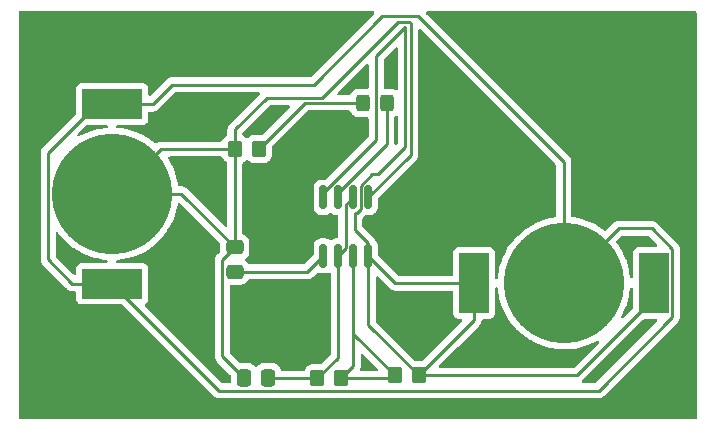
<source format=gbr>
%TF.GenerationSoftware,KiCad,Pcbnew,(6.0.1)*%
%TF.CreationDate,2022-02-07T09:53:41-08:00*%
%TF.ProjectId,kicad intro project,6b696361-6420-4696-9e74-726f2070726f,rev?*%
%TF.SameCoordinates,Original*%
%TF.FileFunction,Copper,L1,Top*%
%TF.FilePolarity,Positive*%
%FSLAX46Y46*%
G04 Gerber Fmt 4.6, Leading zero omitted, Abs format (unit mm)*
G04 Created by KiCad (PCBNEW (6.0.1)) date 2022-02-07 09:53:41*
%MOMM*%
%LPD*%
G01*
G04 APERTURE LIST*
G04 Aperture macros list*
%AMRoundRect*
0 Rectangle with rounded corners*
0 $1 Rounding radius*
0 $2 $3 $4 $5 $6 $7 $8 $9 X,Y pos of 4 corners*
0 Add a 4 corners polygon primitive as box body*
4,1,4,$2,$3,$4,$5,$6,$7,$8,$9,$2,$3,0*
0 Add four circle primitives for the rounded corners*
1,1,$1+$1,$2,$3*
1,1,$1+$1,$4,$5*
1,1,$1+$1,$6,$7*
1,1,$1+$1,$8,$9*
0 Add four rect primitives between the rounded corners*
20,1,$1+$1,$2,$3,$4,$5,0*
20,1,$1+$1,$4,$5,$6,$7,0*
20,1,$1+$1,$6,$7,$8,$9,0*
20,1,$1+$1,$8,$9,$2,$3,0*%
G04 Aperture macros list end*
%TA.AperFunction,SMDPad,CuDef*%
%ADD10RoundRect,0.250000X0.350000X0.450000X-0.350000X0.450000X-0.350000X-0.450000X0.350000X-0.450000X0*%
%TD*%
%TA.AperFunction,SMDPad,CuDef*%
%ADD11RoundRect,0.250000X-0.325000X-0.450000X0.325000X-0.450000X0.325000X0.450000X-0.325000X0.450000X0*%
%TD*%
%TA.AperFunction,SMDPad,CuDef*%
%ADD12RoundRect,0.150000X-0.150000X0.825000X-0.150000X-0.825000X0.150000X-0.825000X0.150000X0.825000X0*%
%TD*%
%TA.AperFunction,SMDPad,CuDef*%
%ADD13R,2.500000X5.100000*%
%TD*%
%TA.AperFunction,SMDPad,CuDef*%
%ADD14C,10.200000*%
%TD*%
%TA.AperFunction,SMDPad,CuDef*%
%ADD15RoundRect,0.250000X-0.350000X-0.450000X0.350000X-0.450000X0.350000X0.450000X-0.350000X0.450000X0*%
%TD*%
%TA.AperFunction,SMDPad,CuDef*%
%ADD16RoundRect,0.250000X-0.475000X0.337500X-0.475000X-0.337500X0.475000X-0.337500X0.475000X0.337500X0*%
%TD*%
%TA.AperFunction,SMDPad,CuDef*%
%ADD17RoundRect,0.250000X-0.337500X-0.475000X0.337500X-0.475000X0.337500X0.475000X-0.337500X0.475000X0*%
%TD*%
%TA.AperFunction,SMDPad,CuDef*%
%ADD18R,5.100000X2.500000*%
%TD*%
%TA.AperFunction,Conductor*%
%ADD19C,0.250000*%
%TD*%
G04 APERTURE END LIST*
D10*
%TO.P,R3,1*%
%TO.N,Net-(D1-Pad1)*%
X137675000Y-93450000D03*
%TO.P,R3,2*%
%TO.N,GND*%
X135675000Y-93450000D03*
%TD*%
D11*
%TO.P,D1,1,K*%
%TO.N,Net-(D1-Pad1)*%
X146475000Y-89550000D03*
%TO.P,D1,2,A*%
%TO.N,Net-(D1-Pad2)*%
X148525000Y-89550000D03*
%TD*%
D12*
%TO.P,U1,1,GND*%
%TO.N,GND*%
X146955000Y-97550000D03*
%TO.P,U1,2,TR*%
%TO.N,Net-(C2-Pad2)*%
X145685000Y-97550000D03*
%TO.P,U1,3,Q*%
%TO.N,Net-(D1-Pad2)*%
X144415000Y-97550000D03*
%TO.P,U1,4,R*%
%TO.N,VCC*%
X143145000Y-97550000D03*
%TO.P,U1,5,CV*%
%TO.N,Net-(C1-Pad2)*%
X143145000Y-102500000D03*
%TO.P,U1,6,THR*%
%TO.N,Net-(C2-Pad2)*%
X144415000Y-102500000D03*
%TO.P,U1,7,DIS*%
%TO.N,Net-(R1-Pad2)*%
X145685000Y-102500000D03*
%TO.P,U1,8,VCC*%
%TO.N,VCC*%
X146955000Y-102500000D03*
%TD*%
D13*
%TO.P,BT1,1,+*%
%TO.N,VCC*%
X171125000Y-104800000D03*
X155925000Y-104800000D03*
D14*
%TO.P,BT1,2,-*%
%TO.N,Net-(BT1-Pad2)*%
X163525000Y-104800000D03*
%TD*%
D15*
%TO.P,R1,1*%
%TO.N,Net-(C2-Pad2)*%
X142650000Y-112875000D03*
%TO.P,R1,2*%
%TO.N,Net-(R1-Pad2)*%
X144650000Y-112875000D03*
%TD*%
D16*
%TO.P,C1,1*%
%TO.N,GND*%
X135657500Y-101762500D03*
%TO.P,C1,2*%
%TO.N,Net-(C1-Pad2)*%
X135657500Y-103837500D03*
%TD*%
D15*
%TO.P,R2,1*%
%TO.N,Net-(R1-Pad2)*%
X149225000Y-112625000D03*
%TO.P,R2,2*%
%TO.N,VCC*%
X151225000Y-112625000D03*
%TD*%
D17*
%TO.P,C2,1*%
%TO.N,GND*%
X136420000Y-112800000D03*
%TO.P,C2,2*%
%TO.N,Net-(C2-Pad2)*%
X138495000Y-112800000D03*
%TD*%
D18*
%TO.P,BT2,1,+*%
%TO.N,Net-(BT1-Pad2)*%
X125275000Y-104850000D03*
X125275000Y-89650000D03*
D14*
%TO.P,BT2,2,-*%
%TO.N,GND*%
X125275000Y-97250000D03*
%TD*%
D19*
%TO.N,Net-(D1-Pad1)*%
X141575000Y-89550000D02*
X137675000Y-93450000D01*
X146475000Y-89550000D02*
X141575000Y-89550000D01*
%TO.N,Net-(D1-Pad2)*%
X144415000Y-97173928D02*
X144415000Y-97550000D01*
X148525000Y-89550000D02*
X148525000Y-93063928D01*
X148525000Y-93063928D02*
X144415000Y-97173928D01*
%TO.N,Net-(BT1-Pad2)*%
X119850489Y-102800489D02*
X121900000Y-104850000D01*
X121900000Y-104850000D02*
X125275000Y-104850000D01*
X168150000Y-100175000D02*
X163525000Y-104800000D01*
X125275000Y-89650000D02*
X123975000Y-89650000D01*
X130350000Y-88000000D02*
X128700000Y-89650000D01*
X172700000Y-107674022D02*
X172700000Y-101925978D01*
X172700000Y-101925978D02*
X170949022Y-100175000D01*
X128700000Y-89650000D02*
X125275000Y-89650000D01*
X170949022Y-100175000D02*
X168150000Y-100175000D01*
X142325000Y-88000000D02*
X130350000Y-88000000D01*
X125275000Y-104850000D02*
X134324520Y-113899520D01*
X163525000Y-104800000D02*
X163525000Y-94550000D01*
X123975000Y-89650000D02*
X119850489Y-93774511D01*
X166474502Y-113899520D02*
X172700000Y-107674022D01*
X119850489Y-93774511D02*
X119850489Y-102800489D01*
X151200480Y-82225480D02*
X148099520Y-82225480D01*
X148099520Y-82225480D02*
X142325000Y-88000000D01*
X134324520Y-113899520D02*
X166474502Y-113899520D01*
X163525000Y-94550000D02*
X151200480Y-82225480D01*
%TO.N,Net-(C2-Pad2)*%
X145060480Y-98174520D02*
X145060480Y-101854520D01*
X142650000Y-112875000D02*
X138570000Y-112875000D01*
X145060480Y-101854520D02*
X144415000Y-102500000D01*
X145685000Y-97550000D02*
X145060480Y-98174520D01*
X138570000Y-112875000D02*
X138495000Y-112800000D01*
X144415000Y-111110000D02*
X144415000Y-102500000D01*
X142650000Y-112875000D02*
X144415000Y-111110000D01*
%TO.N,Net-(R1-Pad2)*%
X145685000Y-102500000D02*
X145685000Y-111840000D01*
X145685000Y-111840000D02*
X144650000Y-112875000D01*
X148975000Y-112875000D02*
X149225000Y-112625000D01*
X144650000Y-112875000D02*
X148975000Y-112875000D01*
X145685000Y-109085000D02*
X149225000Y-112625000D01*
%TO.N,GND*%
X135675000Y-101745000D02*
X135657500Y-101762500D01*
X134607980Y-102812020D02*
X134607980Y-110987980D01*
X138375000Y-89100000D02*
X135675000Y-91800000D01*
X129450000Y-93450000D02*
X135675000Y-93450000D01*
X150549520Y-82774520D02*
X150450000Y-82675000D01*
X125650000Y-97250000D02*
X129450000Y-93450000D01*
X143075000Y-89100000D02*
X138375000Y-89100000D01*
X125275000Y-97250000D02*
X131145000Y-97250000D01*
X135675000Y-93450000D02*
X135675000Y-101745000D01*
X134607980Y-110987980D02*
X136420000Y-112800000D01*
X131145000Y-97250000D02*
X135657500Y-101762500D01*
X135675000Y-91800000D02*
X135675000Y-93450000D01*
X150450000Y-82675000D02*
X149500000Y-82675000D01*
X146955000Y-97550000D02*
X150549520Y-93955480D01*
X149500000Y-82675000D02*
X143075000Y-89100000D01*
X135657500Y-101762500D02*
X134607980Y-102812020D01*
X150549520Y-93955480D02*
X150549520Y-82774520D01*
%TO.N,VCC*%
X164600000Y-112625000D02*
X171125000Y-106100000D01*
X146309520Y-98571552D02*
X146031552Y-98849520D01*
X146955000Y-101430000D02*
X146955000Y-102500000D01*
X146955000Y-102500000D02*
X146955000Y-108355000D01*
X150100000Y-93250000D02*
X147775000Y-95575000D01*
X146955000Y-102500000D02*
X149255000Y-104800000D01*
X147775000Y-95575000D02*
X147283928Y-95575000D01*
X149255000Y-104800000D02*
X155925000Y-104800000D01*
X150100000Y-83125000D02*
X150100000Y-93250000D01*
X147625480Y-92693448D02*
X147625480Y-85599520D01*
X143145000Y-97173928D02*
X147625480Y-92693448D01*
X171125000Y-106100000D02*
X171125000Y-104800000D01*
X151225000Y-112625000D02*
X155925000Y-107925000D01*
X147283928Y-95575000D02*
X146309520Y-96549408D01*
X146309520Y-96549408D02*
X146309520Y-98571552D01*
X143145000Y-97550000D02*
X143145000Y-97173928D01*
X155925000Y-107925000D02*
X155925000Y-104800000D01*
X151225000Y-112625000D02*
X164600000Y-112625000D01*
X146031552Y-98849520D02*
X145825000Y-98849520D01*
X145825000Y-98849520D02*
X145825000Y-100300000D01*
X145825000Y-100300000D02*
X146955000Y-101430000D01*
X147625480Y-85599520D02*
X150100000Y-83125000D01*
X146955000Y-108355000D02*
X151225000Y-112625000D01*
%TO.N,Net-(C1-Pad2)*%
X143145000Y-102500000D02*
X141807500Y-103837500D01*
X141807500Y-103837500D02*
X135657500Y-103837500D01*
%TD*%
%TA.AperFunction,NonConductor*%
G36*
X149384533Y-84840539D02*
G01*
X149441368Y-84883086D01*
X149466179Y-84949606D01*
X149466500Y-84958595D01*
X149466500Y-88363281D01*
X149446498Y-88431402D01*
X149392842Y-88477895D01*
X149322568Y-88487999D01*
X149274384Y-88470541D01*
X149267829Y-88466500D01*
X149227550Y-88441672D01*
X149178968Y-88411725D01*
X149178966Y-88411724D01*
X149172738Y-88407885D01*
X149041981Y-88364515D01*
X149011389Y-88354368D01*
X149011387Y-88354368D01*
X149004861Y-88352203D01*
X148998025Y-88351503D01*
X148998022Y-88351502D01*
X148954969Y-88347091D01*
X148900400Y-88341500D01*
X148384980Y-88341500D01*
X148316859Y-88321498D01*
X148270366Y-88267842D01*
X148258980Y-88215500D01*
X148258980Y-85914114D01*
X148278982Y-85845993D01*
X148295881Y-85825023D01*
X149251407Y-84869498D01*
X149313717Y-84835474D01*
X149384533Y-84840539D01*
G37*
%TD.AperFunction*%
%TA.AperFunction,NonConductor*%
G36*
X146910012Y-86265058D02*
G01*
X146966848Y-86307605D01*
X146991659Y-86374125D01*
X146991980Y-86383114D01*
X146991980Y-88216436D01*
X146971978Y-88284557D01*
X146918322Y-88331050D01*
X146856857Y-88341173D01*
X146856815Y-88341992D01*
X146853598Y-88341828D01*
X146850400Y-88341500D01*
X146099600Y-88341500D01*
X146096354Y-88341837D01*
X146096350Y-88341837D01*
X146000692Y-88351762D01*
X146000688Y-88351763D01*
X145993834Y-88352474D01*
X145987298Y-88354655D01*
X145987296Y-88354655D01*
X145855194Y-88398728D01*
X145826054Y-88408450D01*
X145675652Y-88501522D01*
X145550695Y-88626697D01*
X145546855Y-88632927D01*
X145546854Y-88632928D01*
X145522047Y-88673173D01*
X145457885Y-88777262D01*
X145440337Y-88830168D01*
X145399906Y-88888527D01*
X145334342Y-88915764D01*
X145320744Y-88916500D01*
X144458594Y-88916500D01*
X144390473Y-88896498D01*
X144343980Y-88842842D01*
X144333876Y-88772568D01*
X144363370Y-88707988D01*
X144369499Y-88701405D01*
X146776885Y-86294019D01*
X146839197Y-86259993D01*
X146910012Y-86265058D01*
G37*
%TD.AperFunction*%
%TA.AperFunction,NonConductor*%
G36*
X124858786Y-91428502D02*
G01*
X124905279Y-91482158D01*
X124915383Y-91552432D01*
X124885889Y-91617012D01*
X124826163Y-91655396D01*
X124798577Y-91660251D01*
X124688223Y-91667194D01*
X124685605Y-91667581D01*
X124685601Y-91667581D01*
X124225744Y-91735487D01*
X124225741Y-91735487D01*
X124223124Y-91735874D01*
X124220552Y-91736477D01*
X124220548Y-91736478D01*
X124120539Y-91759935D01*
X123765403Y-91843231D01*
X123762892Y-91844047D01*
X123762888Y-91844048D01*
X123320782Y-91987697D01*
X123318271Y-91988513D01*
X122884863Y-92170701D01*
X122882530Y-92171921D01*
X122882525Y-92171923D01*
X122494193Y-92374938D01*
X122424557Y-92388772D01*
X122358497Y-92362762D01*
X122316985Y-92305166D01*
X122313202Y-92234270D01*
X122346723Y-92174181D01*
X123075499Y-91445405D01*
X123137811Y-91411379D01*
X123164594Y-91408500D01*
X124790665Y-91408500D01*
X124858786Y-91428502D01*
G37*
%TD.AperFunction*%
%TA.AperFunction,NonConductor*%
G36*
X140259527Y-89753502D02*
G01*
X140306020Y-89807158D01*
X140316124Y-89877432D01*
X140286630Y-89942012D01*
X140280502Y-89948594D01*
X139090798Y-91138297D01*
X138024500Y-92204595D01*
X137962188Y-92238621D01*
X137935405Y-92241500D01*
X137274600Y-92241500D01*
X137271354Y-92241837D01*
X137271350Y-92241837D01*
X137175692Y-92251762D01*
X137175688Y-92251763D01*
X137168834Y-92252474D01*
X137162298Y-92254655D01*
X137162296Y-92254655D01*
X137082312Y-92281340D01*
X137001054Y-92308450D01*
X136850652Y-92401522D01*
X136845479Y-92406704D01*
X136764216Y-92488109D01*
X136701934Y-92522188D01*
X136631114Y-92517185D01*
X136586025Y-92488264D01*
X136503483Y-92405866D01*
X136498303Y-92400695D01*
X136492072Y-92396854D01*
X136368384Y-92320611D01*
X136320890Y-92267838D01*
X136308500Y-92213351D01*
X136308500Y-92114594D01*
X136328502Y-92046473D01*
X136345405Y-92025499D01*
X138600499Y-89770405D01*
X138662811Y-89736379D01*
X138689594Y-89733500D01*
X140191406Y-89733500D01*
X140259527Y-89753502D01*
G37*
%TD.AperFunction*%
%TA.AperFunction,NonConductor*%
G36*
X137709527Y-88653502D02*
G01*
X137756020Y-88707158D01*
X137766124Y-88777432D01*
X137736630Y-88842012D01*
X137730501Y-88848595D01*
X135282747Y-91296348D01*
X135274461Y-91303888D01*
X135267982Y-91308000D01*
X135262557Y-91313777D01*
X135221357Y-91357651D01*
X135218602Y-91360493D01*
X135198865Y-91380230D01*
X135196385Y-91383427D01*
X135188682Y-91392447D01*
X135158414Y-91424679D01*
X135154595Y-91431625D01*
X135154593Y-91431628D01*
X135148652Y-91442434D01*
X135137801Y-91458953D01*
X135125386Y-91474959D01*
X135122241Y-91482228D01*
X135122238Y-91482232D01*
X135107826Y-91515537D01*
X135102609Y-91526187D01*
X135081305Y-91564940D01*
X135079334Y-91572615D01*
X135079334Y-91572616D01*
X135076267Y-91584562D01*
X135069863Y-91603266D01*
X135061819Y-91621855D01*
X135060580Y-91629678D01*
X135060577Y-91629688D01*
X135054901Y-91665524D01*
X135052495Y-91677144D01*
X135043472Y-91712289D01*
X135041500Y-91719970D01*
X135041500Y-91740224D01*
X135039949Y-91759934D01*
X135036780Y-91779943D01*
X135037526Y-91787835D01*
X135040941Y-91823961D01*
X135041500Y-91835819D01*
X135041500Y-92213219D01*
X135021498Y-92281340D01*
X134981803Y-92320363D01*
X134850652Y-92401522D01*
X134725695Y-92526697D01*
X134632885Y-92677262D01*
X134615337Y-92730168D01*
X134574906Y-92788527D01*
X134509342Y-92815764D01*
X134495744Y-92816500D01*
X129528768Y-92816500D01*
X129517585Y-92815973D01*
X129510092Y-92814298D01*
X129502166Y-92814547D01*
X129502165Y-92814547D01*
X129442002Y-92816438D01*
X129438044Y-92816500D01*
X129410144Y-92816500D01*
X129406154Y-92817004D01*
X129394320Y-92817936D01*
X129350111Y-92819326D01*
X129342495Y-92821539D01*
X129342493Y-92821539D01*
X129330652Y-92824979D01*
X129311293Y-92828988D01*
X129309983Y-92829154D01*
X129291203Y-92831526D01*
X129283837Y-92834442D01*
X129283831Y-92834444D01*
X129250098Y-92847800D01*
X129238868Y-92851645D01*
X129204017Y-92861770D01*
X129196407Y-92863981D01*
X129189584Y-92868016D01*
X129178966Y-92874295D01*
X129161213Y-92882992D01*
X129153568Y-92886019D01*
X129142383Y-92890448D01*
X129135968Y-92895109D01*
X129106612Y-92916437D01*
X129096695Y-92922951D01*
X129058638Y-92945458D01*
X129053029Y-92951067D01*
X129046770Y-92955922D01*
X129045603Y-92954418D01*
X128992269Y-92983541D01*
X128921454Y-92978476D01*
X128885170Y-92957504D01*
X128670999Y-92780326D01*
X128670993Y-92780321D01*
X128668952Y-92778633D01*
X128282895Y-92510316D01*
X127875739Y-92275245D01*
X127450341Y-92075068D01*
X127447861Y-92074146D01*
X127447857Y-92074144D01*
X127012173Y-91912114D01*
X127012167Y-91912112D01*
X127009685Y-91911189D01*
X127007137Y-91910477D01*
X127007129Y-91910475D01*
X126559405Y-91785468D01*
X126559398Y-91785466D01*
X126556861Y-91784758D01*
X126095046Y-91696662D01*
X126092423Y-91696386D01*
X126092414Y-91696385D01*
X125744420Y-91659810D01*
X125678763Y-91632797D01*
X125638133Y-91574575D01*
X125635430Y-91503630D01*
X125671512Y-91442486D01*
X125734923Y-91410556D01*
X125757590Y-91408500D01*
X127873134Y-91408500D01*
X127935316Y-91401745D01*
X128071705Y-91350615D01*
X128188261Y-91263261D01*
X128275615Y-91146705D01*
X128326745Y-91010316D01*
X128333500Y-90948134D01*
X128333500Y-90409500D01*
X128353502Y-90341379D01*
X128407158Y-90294886D01*
X128459500Y-90283500D01*
X128621233Y-90283500D01*
X128632416Y-90284027D01*
X128639909Y-90285702D01*
X128647835Y-90285453D01*
X128647836Y-90285453D01*
X128707986Y-90283562D01*
X128711945Y-90283500D01*
X128739856Y-90283500D01*
X128743791Y-90283003D01*
X128743856Y-90282995D01*
X128755693Y-90282062D01*
X128787951Y-90281048D01*
X128791970Y-90280922D01*
X128799889Y-90280673D01*
X128819343Y-90275021D01*
X128838700Y-90271013D01*
X128850930Y-90269468D01*
X128850931Y-90269468D01*
X128858797Y-90268474D01*
X128866168Y-90265555D01*
X128866170Y-90265555D01*
X128899912Y-90252196D01*
X128911142Y-90248351D01*
X128945983Y-90238229D01*
X128945984Y-90238229D01*
X128953593Y-90236018D01*
X128960412Y-90231985D01*
X128960417Y-90231983D01*
X128971028Y-90225707D01*
X128988776Y-90217012D01*
X129007617Y-90209552D01*
X129043387Y-90183564D01*
X129053307Y-90177048D01*
X129084535Y-90158580D01*
X129084538Y-90158578D01*
X129091362Y-90154542D01*
X129105683Y-90140221D01*
X129120717Y-90127380D01*
X129130694Y-90120131D01*
X129137107Y-90115472D01*
X129165298Y-90081395D01*
X129173288Y-90072616D01*
X130575499Y-88670405D01*
X130637811Y-88636379D01*
X130664594Y-88633500D01*
X137641406Y-88633500D01*
X137709527Y-88653502D01*
G37*
%TD.AperFunction*%
%TA.AperFunction,NonConductor*%
G36*
X149410419Y-90631836D02*
G01*
X149455990Y-90686277D01*
X149466500Y-90736657D01*
X149466500Y-92935405D01*
X149446498Y-93003526D01*
X149429595Y-93024500D01*
X149373595Y-93080500D01*
X149311283Y-93114526D01*
X149240468Y-93109461D01*
X149183632Y-93066914D01*
X149158821Y-93000394D01*
X149158500Y-92991405D01*
X149158500Y-90771311D01*
X149178502Y-90703190D01*
X149218197Y-90664167D01*
X149274197Y-90629513D01*
X149342649Y-90610675D01*
X149410419Y-90631836D01*
G37*
%TD.AperFunction*%
%TA.AperFunction,NonConductor*%
G36*
X134563924Y-94103502D02*
G01*
X134610417Y-94157158D01*
X134615326Y-94169623D01*
X134627510Y-94206141D01*
X134633450Y-94223946D01*
X134726522Y-94374348D01*
X134851697Y-94499305D01*
X134857927Y-94503145D01*
X134857928Y-94503146D01*
X134981616Y-94579389D01*
X135029110Y-94632162D01*
X135041500Y-94686649D01*
X135041500Y-99946406D01*
X135021498Y-100014527D01*
X134967842Y-100061020D01*
X134897568Y-100071124D01*
X134832988Y-100041630D01*
X134826405Y-100035501D01*
X133275913Y-98485008D01*
X131648652Y-96857747D01*
X131641112Y-96849461D01*
X131637000Y-96842982D01*
X131587348Y-96796356D01*
X131584507Y-96793602D01*
X131564770Y-96773865D01*
X131561573Y-96771385D01*
X131552551Y-96763680D01*
X131526100Y-96738841D01*
X131520321Y-96733414D01*
X131513375Y-96729595D01*
X131513372Y-96729593D01*
X131502566Y-96723652D01*
X131486047Y-96712801D01*
X131485583Y-96712441D01*
X131470041Y-96700386D01*
X131462772Y-96697241D01*
X131462768Y-96697238D01*
X131429463Y-96682826D01*
X131418813Y-96677609D01*
X131380060Y-96656305D01*
X131360437Y-96651267D01*
X131341734Y-96644863D01*
X131330420Y-96639967D01*
X131330419Y-96639967D01*
X131323145Y-96636819D01*
X131315322Y-96635580D01*
X131315312Y-96635577D01*
X131279476Y-96629901D01*
X131267856Y-96627495D01*
X131232711Y-96618472D01*
X131232710Y-96618472D01*
X131225030Y-96616500D01*
X131204776Y-96616500D01*
X131185065Y-96614949D01*
X131172886Y-96613020D01*
X131165057Y-96611780D01*
X131157165Y-96612526D01*
X131121039Y-96615941D01*
X131109181Y-96616500D01*
X130959265Y-96616500D01*
X130891144Y-96596498D01*
X130844651Y-96542842D01*
X130834259Y-96506292D01*
X130810277Y-96316454D01*
X130810277Y-96316453D01*
X130809946Y-96313834D01*
X130785008Y-96196509D01*
X130712744Y-95856532D01*
X130712742Y-95856524D01*
X130712198Y-95853965D01*
X130576312Y-95403888D01*
X130403240Y-94966760D01*
X130194198Y-94545648D01*
X130068969Y-94338870D01*
X130030150Y-94274771D01*
X130011971Y-94206141D01*
X130033781Y-94138578D01*
X130088657Y-94093532D01*
X130137926Y-94083500D01*
X134495803Y-94083500D01*
X134563924Y-94103502D01*
G37*
%TD.AperFunction*%
%TA.AperFunction,NonConductor*%
G36*
X145388924Y-90203502D02*
G01*
X145435417Y-90257158D01*
X145440326Y-90269623D01*
X145448755Y-90294886D01*
X145458450Y-90323946D01*
X145551522Y-90474348D01*
X145676697Y-90599305D01*
X145827262Y-90692115D01*
X145907005Y-90718564D01*
X145988611Y-90745632D01*
X145988613Y-90745632D01*
X145995139Y-90747797D01*
X146001975Y-90748497D01*
X146001978Y-90748498D01*
X146045031Y-90752909D01*
X146099600Y-90758500D01*
X146850400Y-90758500D01*
X146853650Y-90758163D01*
X146856892Y-90757995D01*
X146856942Y-90758960D01*
X146922810Y-90771104D01*
X146974587Y-90819680D01*
X146991980Y-90883560D01*
X146991980Y-92378854D01*
X146971978Y-92446975D01*
X146955075Y-92467949D01*
X143393428Y-96029595D01*
X143331116Y-96063621D01*
X143304333Y-96066500D01*
X142928498Y-96066500D01*
X142926050Y-96066693D01*
X142926042Y-96066693D01*
X142897579Y-96068933D01*
X142897574Y-96068934D01*
X142891169Y-96069438D01*
X142791231Y-96098472D01*
X142739012Y-96113643D01*
X142739010Y-96113644D01*
X142731399Y-96115855D01*
X142724572Y-96119892D01*
X142724573Y-96119892D01*
X142595020Y-96196509D01*
X142595017Y-96196511D01*
X142588193Y-96200547D01*
X142470547Y-96318193D01*
X142466511Y-96325017D01*
X142466509Y-96325020D01*
X142402893Y-96432589D01*
X142385855Y-96461399D01*
X142383644Y-96469010D01*
X142383643Y-96469012D01*
X142368472Y-96521231D01*
X142339438Y-96621169D01*
X142338934Y-96627574D01*
X142338933Y-96627579D01*
X142336693Y-96656042D01*
X142336500Y-96658498D01*
X142336500Y-98441502D01*
X142339438Y-98478831D01*
X142385855Y-98638601D01*
X142391742Y-98648555D01*
X142466509Y-98774980D01*
X142466511Y-98774983D01*
X142470547Y-98781807D01*
X142588193Y-98899453D01*
X142595017Y-98903489D01*
X142595020Y-98903491D01*
X142702589Y-98967107D01*
X142731399Y-98984145D01*
X142739010Y-98986356D01*
X142739012Y-98986357D01*
X142791231Y-99001528D01*
X142891169Y-99030562D01*
X142897574Y-99031066D01*
X142897579Y-99031067D01*
X142926042Y-99033307D01*
X142926050Y-99033307D01*
X142928498Y-99033500D01*
X143361502Y-99033500D01*
X143363950Y-99033307D01*
X143363958Y-99033307D01*
X143392421Y-99031067D01*
X143392426Y-99031066D01*
X143398831Y-99030562D01*
X143498769Y-99001528D01*
X143550988Y-98986357D01*
X143550990Y-98986356D01*
X143558601Y-98984145D01*
X143701807Y-98899453D01*
X143704489Y-98896771D01*
X143768861Y-98871498D01*
X143838484Y-98885400D01*
X143854312Y-98895572D01*
X143858193Y-98899453D01*
X144001399Y-98984145D01*
X144009010Y-98986356D01*
X144009012Y-98986357D01*
X144061231Y-99001528D01*
X144161169Y-99030562D01*
X144167574Y-99031066D01*
X144167579Y-99031067D01*
X144196042Y-99033307D01*
X144196050Y-99033307D01*
X144198498Y-99033500D01*
X144300980Y-99033500D01*
X144369101Y-99053502D01*
X144415594Y-99107158D01*
X144426980Y-99159500D01*
X144426980Y-100890500D01*
X144406978Y-100958621D01*
X144353322Y-101005114D01*
X144300980Y-101016500D01*
X144198498Y-101016500D01*
X144196050Y-101016693D01*
X144196042Y-101016693D01*
X144167579Y-101018933D01*
X144167574Y-101018934D01*
X144161169Y-101019438D01*
X144095085Y-101038637D01*
X144009012Y-101063643D01*
X144009010Y-101063644D01*
X144001399Y-101065855D01*
X143858193Y-101150547D01*
X143855511Y-101153229D01*
X143791139Y-101178502D01*
X143721516Y-101164600D01*
X143705688Y-101154428D01*
X143701807Y-101150547D01*
X143558601Y-101065855D01*
X143550990Y-101063644D01*
X143550988Y-101063643D01*
X143464915Y-101038637D01*
X143398831Y-101019438D01*
X143392426Y-101018934D01*
X143392421Y-101018933D01*
X143363958Y-101016693D01*
X143363950Y-101016693D01*
X143361502Y-101016500D01*
X142928498Y-101016500D01*
X142926050Y-101016693D01*
X142926042Y-101016693D01*
X142897579Y-101018933D01*
X142897574Y-101018934D01*
X142891169Y-101019438D01*
X142825085Y-101038637D01*
X142739012Y-101063643D01*
X142739010Y-101063644D01*
X142731399Y-101065855D01*
X142724572Y-101069892D01*
X142724573Y-101069892D01*
X142595020Y-101146509D01*
X142595017Y-101146511D01*
X142588193Y-101150547D01*
X142470547Y-101268193D01*
X142466511Y-101275017D01*
X142466509Y-101275020D01*
X142466112Y-101275692D01*
X142385855Y-101411399D01*
X142339438Y-101571169D01*
X142338934Y-101577574D01*
X142338933Y-101577579D01*
X142336693Y-101606042D01*
X142336500Y-101608498D01*
X142336500Y-102360405D01*
X142316498Y-102428526D01*
X142299595Y-102449501D01*
X141581999Y-103167096D01*
X141519687Y-103201121D01*
X141492904Y-103204000D01*
X136911546Y-103204000D01*
X136843425Y-103183998D01*
X136804402Y-103144303D01*
X136734832Y-103031880D01*
X136730978Y-103025652D01*
X136605803Y-102900695D01*
X136601584Y-102898094D01*
X136561083Y-102840970D01*
X136557851Y-102770047D01*
X136593476Y-102708635D01*
X136601030Y-102702078D01*
X136606848Y-102698478D01*
X136731805Y-102573303D01*
X136753432Y-102538218D01*
X136820775Y-102428968D01*
X136820776Y-102428966D01*
X136824615Y-102422738D01*
X136855607Y-102329299D01*
X136878132Y-102261389D01*
X136878132Y-102261387D01*
X136880297Y-102254861D01*
X136891000Y-102150400D01*
X136891000Y-101374600D01*
X136885725Y-101323756D01*
X136880738Y-101275692D01*
X136880737Y-101275688D01*
X136880026Y-101268834D01*
X136876682Y-101258809D01*
X136826368Y-101108002D01*
X136824050Y-101101054D01*
X136730978Y-100950652D01*
X136605803Y-100825695D01*
X136599572Y-100821854D01*
X136461468Y-100736725D01*
X136461466Y-100736724D01*
X136455238Y-100732885D01*
X136394832Y-100712849D01*
X136336472Y-100672418D01*
X136309236Y-100606853D01*
X136308500Y-100593256D01*
X136308500Y-94686781D01*
X136328502Y-94618660D01*
X136368197Y-94579637D01*
X136426788Y-94543380D01*
X136499348Y-94498478D01*
X136585784Y-94411891D01*
X136648066Y-94377812D01*
X136718886Y-94382815D01*
X136763975Y-94411736D01*
X136802416Y-94450110D01*
X136851697Y-94499305D01*
X136857927Y-94503145D01*
X136857928Y-94503146D01*
X136995090Y-94587694D01*
X137002262Y-94592115D01*
X137056458Y-94610091D01*
X137163611Y-94645632D01*
X137163613Y-94645632D01*
X137170139Y-94647797D01*
X137176975Y-94648497D01*
X137176978Y-94648498D01*
X137220031Y-94652909D01*
X137274600Y-94658500D01*
X138075400Y-94658500D01*
X138078646Y-94658163D01*
X138078650Y-94658163D01*
X138174308Y-94648238D01*
X138174312Y-94648237D01*
X138181166Y-94647526D01*
X138187702Y-94645345D01*
X138187704Y-94645345D01*
X138319806Y-94601272D01*
X138348946Y-94591550D01*
X138499348Y-94498478D01*
X138555236Y-94442493D01*
X138619134Y-94378483D01*
X138624305Y-94373303D01*
X138630637Y-94363031D01*
X138713275Y-94228968D01*
X138713276Y-94228966D01*
X138717115Y-94222738D01*
X138756664Y-94103502D01*
X138770632Y-94061389D01*
X138770632Y-94061387D01*
X138772797Y-94054861D01*
X138783500Y-93950400D01*
X138783500Y-93289594D01*
X138803502Y-93221473D01*
X138820405Y-93200499D01*
X141800500Y-90220405D01*
X141862812Y-90186379D01*
X141889595Y-90183500D01*
X145320803Y-90183500D01*
X145388924Y-90203502D01*
G37*
%TD.AperFunction*%
%TA.AperFunction,NonConductor*%
G36*
X120692501Y-100496076D02*
G01*
X120714936Y-100521572D01*
X120733536Y-100549567D01*
X121025564Y-100918014D01*
X121197450Y-101101054D01*
X121317355Y-101228740D01*
X121347399Y-101260734D01*
X121696783Y-101575321D01*
X121999072Y-101804771D01*
X122037599Y-101834014D01*
X122071266Y-101859569D01*
X122073497Y-101860985D01*
X122073503Y-101860989D01*
X122286121Y-101995920D01*
X122468221Y-102111484D01*
X122470548Y-102112700D01*
X122470554Y-102112704D01*
X122882525Y-102328077D01*
X122882530Y-102328079D01*
X122884863Y-102329299D01*
X123318271Y-102511487D01*
X123320779Y-102512302D01*
X123320782Y-102512303D01*
X123762888Y-102655952D01*
X123762892Y-102655953D01*
X123765403Y-102656769D01*
X124042333Y-102721722D01*
X124220548Y-102763522D01*
X124220552Y-102763523D01*
X124223124Y-102764126D01*
X124225741Y-102764513D01*
X124225744Y-102764513D01*
X124685601Y-102832419D01*
X124685605Y-102832419D01*
X124688223Y-102832806D01*
X124795635Y-102839564D01*
X124798577Y-102839749D01*
X124865307Y-102863989D01*
X124908339Y-102920458D01*
X124914010Y-102991227D01*
X124880520Y-103053829D01*
X124818502Y-103088387D01*
X124790665Y-103091500D01*
X122676866Y-103091500D01*
X122614684Y-103098255D01*
X122478295Y-103149385D01*
X122361739Y-103236739D01*
X122274385Y-103353295D01*
X122223255Y-103489684D01*
X122216500Y-103551866D01*
X122216500Y-103966405D01*
X122196498Y-104034526D01*
X122142842Y-104081019D01*
X122072568Y-104091123D01*
X122007988Y-104061629D01*
X122001405Y-104055500D01*
X120520894Y-102574989D01*
X120486868Y-102512677D01*
X120483989Y-102485894D01*
X120483989Y-100591300D01*
X120503991Y-100523179D01*
X120557647Y-100476686D01*
X120627921Y-100466582D01*
X120692501Y-100496076D01*
G37*
%TD.AperFunction*%
%TA.AperFunction,NonConductor*%
G36*
X170702548Y-100828502D02*
G01*
X170723523Y-100845405D01*
X171404522Y-101526405D01*
X171438547Y-101588717D01*
X171433482Y-101659533D01*
X171390935Y-101716368D01*
X171324415Y-101741179D01*
X171315426Y-101741500D01*
X169826866Y-101741500D01*
X169764684Y-101748255D01*
X169628295Y-101799385D01*
X169511739Y-101886739D01*
X169424385Y-102003295D01*
X169373255Y-102139684D01*
X169366500Y-102201866D01*
X169366500Y-104287754D01*
X169346498Y-104355875D01*
X169292842Y-104402368D01*
X169222568Y-104412472D01*
X169157988Y-104382978D01*
X169119604Y-104323252D01*
X169115494Y-104303546D01*
X169060277Y-103866454D01*
X169059946Y-103863834D01*
X169011407Y-103635476D01*
X168962744Y-103406532D01*
X168962742Y-103406524D01*
X168962198Y-103403965D01*
X168826312Y-102953888D01*
X168653240Y-102516760D01*
X168444198Y-102095648D01*
X168276334Y-101818470D01*
X168202018Y-101695759D01*
X168202014Y-101695753D01*
X168200652Y-101693504D01*
X167980596Y-101390623D01*
X167956738Y-101323756D01*
X167972818Y-101254605D01*
X167993437Y-101227468D01*
X168375500Y-100845405D01*
X168437812Y-100811379D01*
X168464595Y-100808500D01*
X170634427Y-100808500D01*
X170702548Y-100828502D01*
G37*
%TD.AperFunction*%
%TA.AperFunction,NonConductor*%
G36*
X151391532Y-83312890D02*
G01*
X151398115Y-83319019D01*
X162854595Y-94775499D01*
X162888621Y-94837811D01*
X162891500Y-94864594D01*
X162891500Y-99115333D01*
X162871498Y-99183454D01*
X162817842Y-99229947D01*
X162783907Y-99239981D01*
X162475744Y-99285487D01*
X162475741Y-99285487D01*
X162473124Y-99285874D01*
X162470552Y-99286477D01*
X162470548Y-99286478D01*
X162348978Y-99314992D01*
X162015403Y-99393231D01*
X162012892Y-99394047D01*
X162012888Y-99394048D01*
X161570782Y-99537697D01*
X161568271Y-99538513D01*
X161565843Y-99539534D01*
X161565842Y-99539534D01*
X161557747Y-99542937D01*
X161134863Y-99720701D01*
X161132530Y-99721921D01*
X161132525Y-99721923D01*
X160720554Y-99937296D01*
X160720548Y-99937300D01*
X160718221Y-99938516D01*
X160715993Y-99939930D01*
X160323503Y-100189011D01*
X160323497Y-100189015D01*
X160321266Y-100190431D01*
X159946783Y-100474679D01*
X159597399Y-100789266D01*
X159595595Y-100791187D01*
X159595591Y-100791191D01*
X159566797Y-100821854D01*
X159275564Y-101131986D01*
X158983536Y-101500433D01*
X158982082Y-101502622D01*
X158982078Y-101502627D01*
X158744927Y-101859569D01*
X158723363Y-101892025D01*
X158496870Y-102304015D01*
X158305646Y-102733511D01*
X158271068Y-102832806D01*
X158159287Y-103153796D01*
X158151031Y-103177503D01*
X158034112Y-103632876D01*
X158033673Y-103635470D01*
X158033672Y-103635476D01*
X157989386Y-103897311D01*
X157955707Y-104096435D01*
X157936874Y-104320707D01*
X157935058Y-104342335D01*
X157909426Y-104408543D01*
X157852068Y-104450383D01*
X157781195Y-104454571D01*
X157719309Y-104419777D01*
X157686057Y-104357048D01*
X157683500Y-104331791D01*
X157683500Y-102201866D01*
X157676745Y-102139684D01*
X157625615Y-102003295D01*
X157538261Y-101886739D01*
X157421705Y-101799385D01*
X157285316Y-101748255D01*
X157223134Y-101741500D01*
X154626866Y-101741500D01*
X154564684Y-101748255D01*
X154428295Y-101799385D01*
X154311739Y-101886739D01*
X154224385Y-102003295D01*
X154173255Y-102139684D01*
X154166500Y-102201866D01*
X154166500Y-104040500D01*
X154146498Y-104108621D01*
X154092842Y-104155114D01*
X154040500Y-104166500D01*
X149569595Y-104166500D01*
X149501474Y-104146498D01*
X149480500Y-104129595D01*
X147800405Y-102449500D01*
X147766379Y-102387188D01*
X147763500Y-102360405D01*
X147763500Y-101608498D01*
X147763307Y-101606042D01*
X147761067Y-101577579D01*
X147761066Y-101577574D01*
X147760562Y-101571169D01*
X147714145Y-101411399D01*
X147633888Y-101275692D01*
X147633491Y-101275020D01*
X147633489Y-101275017D01*
X147629453Y-101268193D01*
X147557126Y-101195866D01*
X147537765Y-101170905D01*
X147530705Y-101158966D01*
X147522010Y-101141218D01*
X147517472Y-101129756D01*
X147517469Y-101129751D01*
X147514552Y-101122383D01*
X147499056Y-101101054D01*
X147488573Y-101086625D01*
X147482057Y-101076707D01*
X147463575Y-101045457D01*
X147459542Y-101038637D01*
X147445218Y-101024313D01*
X147432376Y-101009278D01*
X147429351Y-101005114D01*
X147420472Y-100992893D01*
X147386406Y-100964711D01*
X147377627Y-100956722D01*
X146495405Y-100074500D01*
X146461379Y-100012188D01*
X146458500Y-99985405D01*
X146458500Y-99372635D01*
X146478502Y-99304514D01*
X146487418Y-99292316D01*
X146496843Y-99280924D01*
X146504830Y-99272148D01*
X146701779Y-99075199D01*
X146710060Y-99067663D01*
X146716538Y-99063552D01*
X146718451Y-99061515D01*
X146781592Y-99034405D01*
X146796669Y-99033500D01*
X147171502Y-99033500D01*
X147173950Y-99033307D01*
X147173958Y-99033307D01*
X147202421Y-99031067D01*
X147202426Y-99031066D01*
X147208831Y-99030562D01*
X147308769Y-99001528D01*
X147360988Y-98986357D01*
X147360990Y-98986356D01*
X147368601Y-98984145D01*
X147397411Y-98967107D01*
X147504980Y-98903491D01*
X147504983Y-98903489D01*
X147511807Y-98899453D01*
X147629453Y-98781807D01*
X147633489Y-98774983D01*
X147633491Y-98774980D01*
X147708258Y-98648555D01*
X147714145Y-98638601D01*
X147760562Y-98478831D01*
X147763500Y-98441502D01*
X147763500Y-97689594D01*
X147783502Y-97621473D01*
X147800405Y-97600499D01*
X150941773Y-94459132D01*
X150950059Y-94451592D01*
X150956538Y-94447480D01*
X151003164Y-94397828D01*
X151005918Y-94394987D01*
X151025655Y-94375250D01*
X151028135Y-94372053D01*
X151035840Y-94363031D01*
X151060679Y-94336580D01*
X151066106Y-94330801D01*
X151069925Y-94323855D01*
X151069927Y-94323852D01*
X151075868Y-94313046D01*
X151086719Y-94296527D01*
X151094278Y-94286781D01*
X151099134Y-94280521D01*
X151102279Y-94273252D01*
X151102282Y-94273248D01*
X151116694Y-94239943D01*
X151121911Y-94229293D01*
X151143215Y-94190540D01*
X151148253Y-94170917D01*
X151154657Y-94152214D01*
X151159553Y-94140900D01*
X151159553Y-94140899D01*
X151162701Y-94133625D01*
X151163940Y-94125802D01*
X151163943Y-94125792D01*
X151169619Y-94089956D01*
X151172025Y-94078336D01*
X151181048Y-94043191D01*
X151181048Y-94043190D01*
X151183020Y-94035510D01*
X151183020Y-94015256D01*
X151184571Y-93995545D01*
X151186500Y-93983366D01*
X151187740Y-93975537D01*
X151183579Y-93931518D01*
X151183020Y-93919661D01*
X151183020Y-83408114D01*
X151203022Y-83339993D01*
X151256678Y-83293500D01*
X151326952Y-83283396D01*
X151391532Y-83312890D01*
G37*
%TD.AperFunction*%
%TA.AperFunction,NonConductor*%
G36*
X169334297Y-105228114D02*
G01*
X169364892Y-105292180D01*
X169366500Y-105312246D01*
X169366500Y-106910405D01*
X169346498Y-106978526D01*
X169329595Y-106999500D01*
X168596063Y-107733032D01*
X168533751Y-107767058D01*
X168462936Y-107761993D01*
X168406100Y-107719446D01*
X168381289Y-107652926D01*
X168399192Y-107578666D01*
X168442824Y-107506620D01*
X168444198Y-107504352D01*
X168653240Y-107083240D01*
X168826312Y-106646112D01*
X168962198Y-106196035D01*
X169010855Y-105967124D01*
X169059399Y-105738739D01*
X169059946Y-105736166D01*
X169115494Y-105296454D01*
X169143876Y-105231377D01*
X169202935Y-105191976D01*
X169273921Y-105190759D01*
X169334297Y-105228114D01*
G37*
%TD.AperFunction*%
%TA.AperFunction,NonConductor*%
G36*
X147797012Y-104238370D02*
G01*
X147803595Y-104244499D01*
X148751343Y-105192247D01*
X148758887Y-105200537D01*
X148763000Y-105207018D01*
X148768777Y-105212443D01*
X148812667Y-105253658D01*
X148815509Y-105256413D01*
X148835230Y-105276134D01*
X148838425Y-105278612D01*
X148847447Y-105286318D01*
X148879679Y-105316586D01*
X148886628Y-105320406D01*
X148897432Y-105326346D01*
X148913956Y-105337199D01*
X148929959Y-105349613D01*
X148970543Y-105367176D01*
X148981173Y-105372383D01*
X149019940Y-105393695D01*
X149027617Y-105395666D01*
X149027622Y-105395668D01*
X149039558Y-105398732D01*
X149058266Y-105405137D01*
X149076855Y-105413181D01*
X149084683Y-105414421D01*
X149084690Y-105414423D01*
X149120524Y-105420099D01*
X149132144Y-105422505D01*
X149167289Y-105431528D01*
X149174970Y-105433500D01*
X149195224Y-105433500D01*
X149214934Y-105435051D01*
X149234943Y-105438220D01*
X149242835Y-105437474D01*
X149278961Y-105434059D01*
X149290819Y-105433500D01*
X154040500Y-105433500D01*
X154108621Y-105453502D01*
X154155114Y-105507158D01*
X154166500Y-105559500D01*
X154166500Y-107398134D01*
X154173255Y-107460316D01*
X154224385Y-107596705D01*
X154311739Y-107713261D01*
X154428295Y-107800615D01*
X154564684Y-107851745D01*
X154626866Y-107858500D01*
X154791406Y-107858500D01*
X154859527Y-107878502D01*
X154906020Y-107932158D01*
X154916124Y-108002432D01*
X154886630Y-108067012D01*
X154880502Y-108073594D01*
X153223998Y-109730097D01*
X151574500Y-111379595D01*
X151512188Y-111413621D01*
X151485405Y-111416500D01*
X150964594Y-111416500D01*
X150896473Y-111396498D01*
X150875499Y-111379595D01*
X147625405Y-108129500D01*
X147591379Y-108067188D01*
X147588500Y-108040405D01*
X147588500Y-104333594D01*
X147608502Y-104265473D01*
X147662158Y-104218980D01*
X147732432Y-104208876D01*
X147797012Y-104238370D01*
G37*
%TD.AperFunction*%
%TA.AperFunction,NonConductor*%
G36*
X157892012Y-105172985D02*
G01*
X157930396Y-105232711D01*
X157935058Y-105257665D01*
X157955707Y-105503565D01*
X158034112Y-105967124D01*
X158151031Y-106422497D01*
X158151899Y-106424991D01*
X158151901Y-106424996D01*
X158196744Y-106553767D01*
X158305646Y-106866489D01*
X158496870Y-107295985D01*
X158723363Y-107707975D01*
X158724815Y-107710161D01*
X158724819Y-107710167D01*
X158977571Y-108090589D01*
X158983536Y-108099567D01*
X159275564Y-108468014D01*
X159501647Y-108708768D01*
X159556985Y-108767697D01*
X159597399Y-108810734D01*
X159946783Y-109125321D01*
X160321266Y-109409569D01*
X160323497Y-109410985D01*
X160323503Y-109410989D01*
X160651923Y-109619410D01*
X160718221Y-109661484D01*
X160720548Y-109662700D01*
X160720554Y-109662704D01*
X161132525Y-109878077D01*
X161132530Y-109878079D01*
X161134863Y-109879299D01*
X161568271Y-110061487D01*
X161570779Y-110062302D01*
X161570782Y-110062303D01*
X162012888Y-110205952D01*
X162012892Y-110205953D01*
X162015403Y-110206769D01*
X162342663Y-110283527D01*
X162470548Y-110313522D01*
X162470552Y-110313523D01*
X162473124Y-110314126D01*
X162475741Y-110314513D01*
X162475744Y-110314513D01*
X162935601Y-110382419D01*
X162935605Y-110382419D01*
X162938223Y-110382806D01*
X163407439Y-110412327D01*
X163410071Y-110412272D01*
X163410078Y-110412272D01*
X163579138Y-110408730D01*
X163877478Y-110402481D01*
X163880101Y-110402205D01*
X163880106Y-110402205D01*
X164342414Y-110353615D01*
X164342423Y-110353614D01*
X164345046Y-110353338D01*
X164806861Y-110265242D01*
X164809398Y-110264534D01*
X164809405Y-110264532D01*
X165257129Y-110139525D01*
X165257137Y-110139523D01*
X165259685Y-110138811D01*
X165262167Y-110137888D01*
X165262173Y-110137886D01*
X165697857Y-109975856D01*
X165697861Y-109975854D01*
X165700341Y-109974932D01*
X166125739Y-109774755D01*
X166310979Y-109667807D01*
X166379975Y-109651069D01*
X166447066Y-109674290D01*
X166490953Y-109730097D01*
X166497702Y-109800772D01*
X166463074Y-109866021D01*
X164374500Y-111954595D01*
X164312188Y-111988621D01*
X164285405Y-111991500D01*
X153058594Y-111991500D01*
X152990473Y-111971498D01*
X152943980Y-111917842D01*
X152933876Y-111847568D01*
X152963370Y-111782988D01*
X152969499Y-111776405D01*
X154539136Y-110206769D01*
X156317253Y-108428652D01*
X156325539Y-108421112D01*
X156332018Y-108417000D01*
X156378644Y-108367348D01*
X156381398Y-108364507D01*
X156401135Y-108344770D01*
X156403615Y-108341573D01*
X156411320Y-108332551D01*
X156436159Y-108306100D01*
X156441586Y-108300321D01*
X156445405Y-108293375D01*
X156445407Y-108293372D01*
X156451348Y-108282566D01*
X156462199Y-108266047D01*
X156469758Y-108256301D01*
X156474614Y-108250041D01*
X156477759Y-108242772D01*
X156477762Y-108242768D01*
X156492174Y-108209463D01*
X156497391Y-108198813D01*
X156518695Y-108160060D01*
X156523733Y-108140437D01*
X156530137Y-108121734D01*
X156535033Y-108110420D01*
X156535033Y-108110419D01*
X156538181Y-108103145D01*
X156539420Y-108095322D01*
X156539423Y-108095312D01*
X156545099Y-108059476D01*
X156547505Y-108047856D01*
X156556528Y-108012711D01*
X156556528Y-108012710D01*
X156558500Y-108005030D01*
X156558500Y-107984776D01*
X156560071Y-107964940D01*
X156560115Y-107964664D01*
X156590592Y-107900541D01*
X156650898Y-107863075D01*
X156684544Y-107858500D01*
X157223134Y-107858500D01*
X157285316Y-107851745D01*
X157421705Y-107800615D01*
X157538261Y-107713261D01*
X157625615Y-107596705D01*
X157676745Y-107460316D01*
X157683500Y-107398134D01*
X157683500Y-105268209D01*
X157703502Y-105200088D01*
X157757158Y-105153595D01*
X157827432Y-105143491D01*
X157892012Y-105172985D01*
G37*
%TD.AperFunction*%
%TA.AperFunction,NonConductor*%
G36*
X146527012Y-110823370D02*
G01*
X146533595Y-110829499D01*
X147730500Y-112026405D01*
X147764526Y-112088717D01*
X147759461Y-112159533D01*
X147716914Y-112216368D01*
X147650394Y-112241179D01*
X147641405Y-112241500D01*
X146397131Y-112241500D01*
X146329010Y-112221498D01*
X146282517Y-112167842D01*
X146272413Y-112097568D01*
X146278120Y-112076106D01*
X146278695Y-112075060D01*
X146283733Y-112055437D01*
X146290137Y-112036734D01*
X146295033Y-112025420D01*
X146295033Y-112025419D01*
X146298181Y-112018145D01*
X146299420Y-112010322D01*
X146299423Y-112010312D01*
X146305099Y-111974476D01*
X146307505Y-111962856D01*
X146316528Y-111927711D01*
X146316528Y-111927710D01*
X146318500Y-111920030D01*
X146318500Y-111899776D01*
X146320051Y-111880065D01*
X146321980Y-111867886D01*
X146323220Y-111860057D01*
X146319059Y-111816038D01*
X146318500Y-111804181D01*
X146318500Y-110918594D01*
X146338502Y-110850473D01*
X146392158Y-110803980D01*
X146462432Y-110793876D01*
X146527012Y-110823370D01*
G37*
%TD.AperFunction*%
%TA.AperFunction,NonConductor*%
G36*
X143727509Y-103919828D02*
G01*
X143771978Y-103975173D01*
X143781500Y-104023224D01*
X143781500Y-110795405D01*
X143761498Y-110863526D01*
X143744595Y-110884501D01*
X142999499Y-111629596D01*
X142937187Y-111663621D01*
X142910404Y-111666500D01*
X142249600Y-111666500D01*
X142246354Y-111666837D01*
X142246350Y-111666837D01*
X142150692Y-111676762D01*
X142150688Y-111676763D01*
X142143834Y-111677474D01*
X142137298Y-111679655D01*
X142137296Y-111679655D01*
X142010811Y-111721854D01*
X141976054Y-111733450D01*
X141825652Y-111826522D01*
X141820479Y-111831704D01*
X141795347Y-111856880D01*
X141700695Y-111951697D01*
X141696855Y-111957927D01*
X141696854Y-111957928D01*
X141624653Y-112075060D01*
X141607885Y-112102262D01*
X141602330Y-112119011D01*
X141590337Y-112155168D01*
X141549906Y-112213527D01*
X141484342Y-112240764D01*
X141470744Y-112241500D01*
X139695060Y-112241500D01*
X139626939Y-112221498D01*
X139580446Y-112167842D01*
X139575536Y-112155376D01*
X139546757Y-112069115D01*
X139524050Y-112001054D01*
X139430978Y-111850652D01*
X139305803Y-111725695D01*
X139231113Y-111679655D01*
X139161468Y-111636725D01*
X139161466Y-111636724D01*
X139155238Y-111632885D01*
X138994754Y-111579655D01*
X138993889Y-111579368D01*
X138993887Y-111579368D01*
X138987361Y-111577203D01*
X138980525Y-111576503D01*
X138980522Y-111576502D01*
X138937469Y-111572091D01*
X138882900Y-111566500D01*
X138107100Y-111566500D01*
X138103854Y-111566837D01*
X138103850Y-111566837D01*
X138008192Y-111576762D01*
X138008188Y-111576763D01*
X138001334Y-111577474D01*
X137994798Y-111579655D01*
X137994796Y-111579655D01*
X137911614Y-111607407D01*
X137833554Y-111633450D01*
X137683152Y-111726522D01*
X137558195Y-111851697D01*
X137555594Y-111855916D01*
X137498470Y-111896417D01*
X137427547Y-111899649D01*
X137366135Y-111864024D01*
X137359578Y-111856470D01*
X137355978Y-111850652D01*
X137230803Y-111725695D01*
X137156113Y-111679655D01*
X137086468Y-111636725D01*
X137086466Y-111636724D01*
X137080238Y-111632885D01*
X136919754Y-111579655D01*
X136918889Y-111579368D01*
X136918887Y-111579368D01*
X136912361Y-111577203D01*
X136905525Y-111576503D01*
X136905522Y-111576502D01*
X136862469Y-111572091D01*
X136807900Y-111566500D01*
X136134595Y-111566500D01*
X136066474Y-111546498D01*
X136045500Y-111529595D01*
X135278385Y-110762480D01*
X135244359Y-110700168D01*
X135241480Y-110673385D01*
X135241480Y-105059500D01*
X135261482Y-104991379D01*
X135315138Y-104944886D01*
X135367480Y-104933500D01*
X136182900Y-104933500D01*
X136186146Y-104933163D01*
X136186150Y-104933163D01*
X136281808Y-104923238D01*
X136281812Y-104923237D01*
X136288666Y-104922526D01*
X136295202Y-104920345D01*
X136295204Y-104920345D01*
X136449498Y-104868868D01*
X136456446Y-104866550D01*
X136606848Y-104773478D01*
X136731805Y-104648303D01*
X136804184Y-104530883D01*
X136856955Y-104483391D01*
X136911443Y-104471000D01*
X141728733Y-104471000D01*
X141739916Y-104471527D01*
X141747409Y-104473202D01*
X141755335Y-104472953D01*
X141755336Y-104472953D01*
X141815486Y-104471062D01*
X141819445Y-104471000D01*
X141847356Y-104471000D01*
X141851291Y-104470503D01*
X141851356Y-104470495D01*
X141863193Y-104469562D01*
X141895451Y-104468548D01*
X141899470Y-104468422D01*
X141907389Y-104468173D01*
X141926843Y-104462521D01*
X141946200Y-104458513D01*
X141958430Y-104456968D01*
X141958431Y-104456968D01*
X141966297Y-104455974D01*
X141973668Y-104453055D01*
X141973670Y-104453055D01*
X142007412Y-104439696D01*
X142018642Y-104435851D01*
X142053483Y-104425729D01*
X142053484Y-104425729D01*
X142061093Y-104423518D01*
X142067912Y-104419485D01*
X142067917Y-104419483D01*
X142078528Y-104413207D01*
X142096276Y-104404512D01*
X142115117Y-104397052D01*
X142150887Y-104371064D01*
X142160807Y-104364548D01*
X142192035Y-104346080D01*
X142192038Y-104346078D01*
X142198862Y-104342042D01*
X142213183Y-104327721D01*
X142228217Y-104314880D01*
X142238194Y-104307631D01*
X142244607Y-104302972D01*
X142272798Y-104268895D01*
X142280788Y-104260116D01*
X142584611Y-103956293D01*
X142646923Y-103922267D01*
X142723747Y-103929751D01*
X142724575Y-103930109D01*
X142731399Y-103934145D01*
X142739010Y-103936356D01*
X142739012Y-103936357D01*
X142791231Y-103951528D01*
X142891169Y-103980562D01*
X142897574Y-103981066D01*
X142897579Y-103981067D01*
X142926042Y-103983307D01*
X142926050Y-103983307D01*
X142928498Y-103983500D01*
X143361502Y-103983500D01*
X143363950Y-103983307D01*
X143363958Y-103983307D01*
X143392421Y-103981067D01*
X143392426Y-103981066D01*
X143398831Y-103980562D01*
X143498769Y-103951528D01*
X143550988Y-103936357D01*
X143550990Y-103936356D01*
X143558601Y-103934145D01*
X143591363Y-103914769D01*
X143660178Y-103897311D01*
X143727509Y-103919828D01*
G37*
%TD.AperFunction*%
%TA.AperFunction,NonConductor*%
G36*
X131033907Y-98034811D02*
G01*
X134387095Y-101387999D01*
X134421121Y-101450311D01*
X134424000Y-101477094D01*
X134424000Y-102047905D01*
X134403998Y-102116026D01*
X134387095Y-102137000D01*
X134215727Y-102308368D01*
X134207441Y-102315908D01*
X134200962Y-102320020D01*
X134195537Y-102325797D01*
X134154337Y-102369671D01*
X134151582Y-102372513D01*
X134131845Y-102392250D01*
X134129365Y-102395447D01*
X134121662Y-102404467D01*
X134091394Y-102436699D01*
X134087575Y-102443645D01*
X134087573Y-102443648D01*
X134081632Y-102454454D01*
X134070781Y-102470973D01*
X134058366Y-102486979D01*
X134055221Y-102494248D01*
X134055218Y-102494252D01*
X134040806Y-102527557D01*
X134035589Y-102538207D01*
X134014285Y-102576960D01*
X134012314Y-102584635D01*
X134012314Y-102584636D01*
X134009247Y-102596582D01*
X134002843Y-102615286D01*
X133994799Y-102633875D01*
X133993560Y-102641698D01*
X133993557Y-102641708D01*
X133987881Y-102677544D01*
X133985475Y-102689164D01*
X133983084Y-102698478D01*
X133974480Y-102731990D01*
X133974480Y-102752244D01*
X133972929Y-102771954D01*
X133969760Y-102791963D01*
X133970506Y-102799855D01*
X133973921Y-102835981D01*
X133974480Y-102847839D01*
X133974480Y-110909213D01*
X133973953Y-110920396D01*
X133972278Y-110927889D01*
X133972527Y-110935815D01*
X133972527Y-110935816D01*
X133974418Y-110995966D01*
X133974480Y-110999925D01*
X133974480Y-111027836D01*
X133974977Y-111031770D01*
X133974977Y-111031771D01*
X133974985Y-111031836D01*
X133975918Y-111043673D01*
X133977307Y-111087869D01*
X133982958Y-111107319D01*
X133986967Y-111126680D01*
X133989506Y-111146777D01*
X133992425Y-111154148D01*
X133992425Y-111154150D01*
X134005784Y-111187892D01*
X134009629Y-111199122D01*
X134021962Y-111241573D01*
X134025995Y-111248392D01*
X134025997Y-111248397D01*
X134032273Y-111259008D01*
X134040968Y-111276756D01*
X134048428Y-111295597D01*
X134053090Y-111302013D01*
X134053090Y-111302014D01*
X134074416Y-111331367D01*
X134080932Y-111341287D01*
X134103438Y-111379342D01*
X134117759Y-111393663D01*
X134130599Y-111408696D01*
X134142508Y-111425087D01*
X134176585Y-111453278D01*
X134185364Y-111461268D01*
X135287095Y-112562999D01*
X135321121Y-112625311D01*
X135324000Y-112652094D01*
X135324000Y-113140020D01*
X135303998Y-113208141D01*
X135250342Y-113254634D01*
X135198000Y-113266020D01*
X134639114Y-113266020D01*
X134570993Y-113246018D01*
X134550019Y-113229115D01*
X128060042Y-106739137D01*
X128026016Y-106676825D01*
X128031081Y-106606010D01*
X128073572Y-106549216D01*
X128181080Y-106468643D01*
X128181081Y-106468642D01*
X128188261Y-106463261D01*
X128275615Y-106346705D01*
X128326745Y-106210316D01*
X128333500Y-106148134D01*
X128333500Y-103551866D01*
X128326745Y-103489684D01*
X128275615Y-103353295D01*
X128188261Y-103236739D01*
X128071705Y-103149385D01*
X127935316Y-103098255D01*
X127873134Y-103091500D01*
X125757590Y-103091500D01*
X125689469Y-103071498D01*
X125642976Y-103017842D01*
X125632872Y-102947568D01*
X125662366Y-102882988D01*
X125722092Y-102844604D01*
X125744420Y-102840190D01*
X126092414Y-102803615D01*
X126092423Y-102803614D01*
X126095046Y-102803338D01*
X126556861Y-102715242D01*
X126559398Y-102714534D01*
X126559405Y-102714532D01*
X127007129Y-102589525D01*
X127007137Y-102589523D01*
X127009685Y-102588811D01*
X127012167Y-102587888D01*
X127012173Y-102587886D01*
X127447857Y-102425856D01*
X127447861Y-102425854D01*
X127450341Y-102424932D01*
X127875739Y-102224755D01*
X128282895Y-101989684D01*
X128668952Y-101721367D01*
X128904621Y-101526405D01*
X129029174Y-101423366D01*
X129029180Y-101423360D01*
X129031203Y-101421687D01*
X129367108Y-101092745D01*
X129368821Y-101090760D01*
X129368828Y-101090753D01*
X129672574Y-100738859D01*
X129674309Y-100736849D01*
X129950652Y-100356496D01*
X129962019Y-100337728D01*
X130121434Y-100074500D01*
X130194198Y-99954352D01*
X130403240Y-99533240D01*
X130576312Y-99096112D01*
X130712198Y-98646035D01*
X130713779Y-98638601D01*
X130809399Y-98188739D01*
X130809946Y-98186166D01*
X130819807Y-98108110D01*
X130848187Y-98043038D01*
X130907247Y-98003636D01*
X130978233Y-98002419D01*
X131033907Y-98034811D01*
G37*
%TD.AperFunction*%
%TA.AperFunction,NonConductor*%
G36*
X171383549Y-107878502D02*
G01*
X171430042Y-107932158D01*
X171440146Y-108002432D01*
X171410652Y-108067012D01*
X171404524Y-108073594D01*
X168804732Y-110673385D01*
X166249002Y-113229115D01*
X166186690Y-113263141D01*
X166159907Y-113266020D01*
X165159646Y-113266020D01*
X165091525Y-113246018D01*
X165045032Y-113192362D01*
X165034928Y-113122088D01*
X165062555Y-113059712D01*
X165065292Y-113056403D01*
X165073288Y-113047616D01*
X170225499Y-107895405D01*
X170287811Y-107861379D01*
X170314594Y-107858500D01*
X171315428Y-107858500D01*
X171383549Y-107878502D01*
G37*
%TD.AperFunction*%
%TA.AperFunction,NonConductor*%
G36*
X147405027Y-81808002D02*
G01*
X147451520Y-81861658D01*
X147461624Y-81931932D01*
X147432130Y-81996512D01*
X147426001Y-82003094D01*
X142099500Y-87329595D01*
X142037188Y-87363621D01*
X142010405Y-87366500D01*
X130428763Y-87366500D01*
X130417579Y-87365973D01*
X130410091Y-87364299D01*
X130402168Y-87364548D01*
X130342033Y-87366438D01*
X130338075Y-87366500D01*
X130310144Y-87366500D01*
X130306229Y-87366995D01*
X130306225Y-87366995D01*
X130306167Y-87367003D01*
X130306138Y-87367006D01*
X130294296Y-87367939D01*
X130250110Y-87369327D01*
X130232744Y-87374372D01*
X130230658Y-87374978D01*
X130211306Y-87378986D01*
X130199068Y-87380532D01*
X130199066Y-87380533D01*
X130191203Y-87381526D01*
X130150086Y-87397806D01*
X130138885Y-87401641D01*
X130096406Y-87413982D01*
X130089587Y-87418015D01*
X130089582Y-87418017D01*
X130078971Y-87424293D01*
X130061221Y-87432990D01*
X130042383Y-87440448D01*
X130035967Y-87445109D01*
X130035966Y-87445110D01*
X130006625Y-87466428D01*
X129996701Y-87472947D01*
X129965460Y-87491422D01*
X129965455Y-87491426D01*
X129958637Y-87495458D01*
X129944313Y-87509782D01*
X129929281Y-87522621D01*
X129912893Y-87534528D01*
X129884712Y-87568593D01*
X129876722Y-87577373D01*
X128548595Y-88905500D01*
X128486283Y-88939526D01*
X128415468Y-88934461D01*
X128358632Y-88891914D01*
X128333821Y-88825394D01*
X128333500Y-88816405D01*
X128333500Y-88351866D01*
X128326745Y-88289684D01*
X128275615Y-88153295D01*
X128188261Y-88036739D01*
X128071705Y-87949385D01*
X127935316Y-87898255D01*
X127873134Y-87891500D01*
X122676866Y-87891500D01*
X122614684Y-87898255D01*
X122478295Y-87949385D01*
X122361739Y-88036739D01*
X122274385Y-88153295D01*
X122223255Y-88289684D01*
X122216500Y-88351866D01*
X122216500Y-90460405D01*
X122196498Y-90528526D01*
X122179595Y-90549500D01*
X119458236Y-93270859D01*
X119449950Y-93278399D01*
X119443471Y-93282511D01*
X119438046Y-93288288D01*
X119396846Y-93332162D01*
X119394091Y-93335004D01*
X119374354Y-93354741D01*
X119371874Y-93357938D01*
X119364171Y-93366958D01*
X119333903Y-93399190D01*
X119330084Y-93406136D01*
X119330082Y-93406139D01*
X119324141Y-93416945D01*
X119313290Y-93433464D01*
X119300875Y-93449470D01*
X119297730Y-93456739D01*
X119297727Y-93456743D01*
X119283315Y-93490048D01*
X119278098Y-93500698D01*
X119256794Y-93539451D01*
X119254823Y-93547126D01*
X119254823Y-93547127D01*
X119251756Y-93559073D01*
X119245352Y-93577777D01*
X119237308Y-93596366D01*
X119236069Y-93604189D01*
X119236066Y-93604199D01*
X119230390Y-93640035D01*
X119227984Y-93651655D01*
X119216989Y-93694481D01*
X119216989Y-93714735D01*
X119215438Y-93734445D01*
X119212269Y-93754454D01*
X119213015Y-93762346D01*
X119216430Y-93798472D01*
X119216989Y-93810330D01*
X119216989Y-102721722D01*
X119216462Y-102732905D01*
X119214787Y-102740398D01*
X119215036Y-102748324D01*
X119215036Y-102748325D01*
X119216927Y-102808475D01*
X119216989Y-102812434D01*
X119216989Y-102840345D01*
X119217486Y-102844279D01*
X119217486Y-102844280D01*
X119217494Y-102844345D01*
X119218427Y-102856182D01*
X119219816Y-102900378D01*
X119225467Y-102919828D01*
X119229476Y-102939189D01*
X119232015Y-102959286D01*
X119234934Y-102966657D01*
X119234934Y-102966659D01*
X119248293Y-103000401D01*
X119252138Y-103011631D01*
X119258021Y-103031880D01*
X119264471Y-103054082D01*
X119268504Y-103060901D01*
X119268506Y-103060906D01*
X119274782Y-103071517D01*
X119283477Y-103089265D01*
X119290937Y-103108106D01*
X119295599Y-103114522D01*
X119295599Y-103114523D01*
X119316925Y-103143876D01*
X119323441Y-103153796D01*
X119341303Y-103183998D01*
X119345947Y-103191851D01*
X119360268Y-103206172D01*
X119373108Y-103221205D01*
X119385017Y-103237596D01*
X119419094Y-103265787D01*
X119427873Y-103273777D01*
X121396343Y-105242247D01*
X121403887Y-105250537D01*
X121408000Y-105257018D01*
X121413777Y-105262443D01*
X121457667Y-105303658D01*
X121460509Y-105306413D01*
X121480230Y-105326134D01*
X121483425Y-105328612D01*
X121492447Y-105336318D01*
X121524679Y-105366586D01*
X121531628Y-105370406D01*
X121542432Y-105376346D01*
X121558956Y-105387199D01*
X121574959Y-105399613D01*
X121615543Y-105417176D01*
X121626173Y-105422383D01*
X121664940Y-105443695D01*
X121672617Y-105445666D01*
X121672622Y-105445668D01*
X121684558Y-105448732D01*
X121703266Y-105455137D01*
X121721855Y-105463181D01*
X121729683Y-105464421D01*
X121729690Y-105464423D01*
X121765524Y-105470099D01*
X121777144Y-105472505D01*
X121812289Y-105481528D01*
X121819970Y-105483500D01*
X121840224Y-105483500D01*
X121859934Y-105485051D01*
X121879943Y-105488220D01*
X121887835Y-105487474D01*
X121923961Y-105484059D01*
X121935819Y-105483500D01*
X122090500Y-105483500D01*
X122158621Y-105503502D01*
X122205114Y-105557158D01*
X122216500Y-105609500D01*
X122216500Y-106148134D01*
X122223255Y-106210316D01*
X122274385Y-106346705D01*
X122361739Y-106463261D01*
X122478295Y-106550615D01*
X122614684Y-106601745D01*
X122676866Y-106608500D01*
X126085406Y-106608500D01*
X126153527Y-106628502D01*
X126174501Y-106645405D01*
X133820868Y-114291773D01*
X133828408Y-114300059D01*
X133832520Y-114306538D01*
X133838297Y-114311963D01*
X133882171Y-114353163D01*
X133885013Y-114355918D01*
X133904750Y-114375655D01*
X133907947Y-114378135D01*
X133916967Y-114385838D01*
X133949199Y-114416106D01*
X133956145Y-114419925D01*
X133956148Y-114419927D01*
X133966954Y-114425868D01*
X133983473Y-114436719D01*
X133999479Y-114449134D01*
X134006748Y-114452279D01*
X134006752Y-114452282D01*
X134040057Y-114466694D01*
X134050707Y-114471911D01*
X134089460Y-114493215D01*
X134097135Y-114495186D01*
X134097136Y-114495186D01*
X134109082Y-114498253D01*
X134127787Y-114504657D01*
X134146375Y-114512701D01*
X134154198Y-114513940D01*
X134154208Y-114513943D01*
X134190044Y-114519619D01*
X134201664Y-114522025D01*
X134233479Y-114530193D01*
X134244490Y-114533020D01*
X134264744Y-114533020D01*
X134284454Y-114534571D01*
X134304463Y-114537740D01*
X134312355Y-114536994D01*
X134331100Y-114535222D01*
X134348482Y-114533579D01*
X134360339Y-114533020D01*
X166395735Y-114533020D01*
X166406918Y-114533547D01*
X166414411Y-114535222D01*
X166422337Y-114534973D01*
X166422338Y-114534973D01*
X166482488Y-114533082D01*
X166486447Y-114533020D01*
X166514358Y-114533020D01*
X166518293Y-114532523D01*
X166518358Y-114532515D01*
X166530195Y-114531582D01*
X166562453Y-114530568D01*
X166566472Y-114530442D01*
X166574391Y-114530193D01*
X166593845Y-114524541D01*
X166613202Y-114520533D01*
X166625432Y-114518988D01*
X166625433Y-114518988D01*
X166633299Y-114517994D01*
X166640670Y-114515075D01*
X166640672Y-114515075D01*
X166674414Y-114501716D01*
X166685644Y-114497871D01*
X166720485Y-114487749D01*
X166720486Y-114487749D01*
X166728095Y-114485538D01*
X166734914Y-114481505D01*
X166734919Y-114481503D01*
X166745530Y-114475227D01*
X166763278Y-114466532D01*
X166782119Y-114459072D01*
X166817889Y-114433084D01*
X166827809Y-114426568D01*
X166859037Y-114408100D01*
X166859040Y-114408098D01*
X166865864Y-114404062D01*
X166880185Y-114389741D01*
X166895219Y-114376900D01*
X166905196Y-114369651D01*
X166911609Y-114364992D01*
X166939800Y-114330915D01*
X166947790Y-114322136D01*
X173092247Y-108177679D01*
X173100537Y-108170135D01*
X173107018Y-108166022D01*
X173153659Y-108116354D01*
X173156413Y-108113513D01*
X173176135Y-108093791D01*
X173178619Y-108090589D01*
X173186317Y-108081577D01*
X173211161Y-108055120D01*
X173216586Y-108049343D01*
X173226347Y-108031588D01*
X173237198Y-108015069D01*
X173249614Y-107999063D01*
X173255797Y-107984776D01*
X173267174Y-107958485D01*
X173272391Y-107947835D01*
X173293695Y-107909082D01*
X173298733Y-107889459D01*
X173305137Y-107870756D01*
X173310033Y-107859442D01*
X173310033Y-107859441D01*
X173313181Y-107852167D01*
X173314420Y-107844344D01*
X173314423Y-107844334D01*
X173320099Y-107808498D01*
X173322505Y-107796878D01*
X173331528Y-107761733D01*
X173331528Y-107761732D01*
X173333500Y-107754052D01*
X173333500Y-107733798D01*
X173335051Y-107714087D01*
X173336980Y-107701908D01*
X173338220Y-107694079D01*
X173334059Y-107650060D01*
X173333500Y-107638203D01*
X173333500Y-102004745D01*
X173334027Y-101993562D01*
X173335702Y-101986069D01*
X173333562Y-101917978D01*
X173333500Y-101914021D01*
X173333500Y-101886122D01*
X173332996Y-101882131D01*
X173332063Y-101870289D01*
X173330923Y-101834014D01*
X173330674Y-101826089D01*
X173328462Y-101818475D01*
X173328461Y-101818470D01*
X173325023Y-101806637D01*
X173321012Y-101787273D01*
X173319467Y-101775042D01*
X173318474Y-101767181D01*
X173315557Y-101759814D01*
X173315556Y-101759809D01*
X173302198Y-101726070D01*
X173298354Y-101714843D01*
X173292154Y-101693504D01*
X173286018Y-101672385D01*
X173275707Y-101654950D01*
X173267012Y-101637202D01*
X173259552Y-101618361D01*
X173233564Y-101582591D01*
X173227048Y-101572671D01*
X173208580Y-101541443D01*
X173208578Y-101541440D01*
X173204542Y-101534616D01*
X173190221Y-101520295D01*
X173177380Y-101505261D01*
X173170131Y-101495284D01*
X173165472Y-101488871D01*
X173131395Y-101460680D01*
X173122616Y-101452690D01*
X171452674Y-99782747D01*
X171445134Y-99774461D01*
X171441022Y-99767982D01*
X171415056Y-99743598D01*
X171391371Y-99721357D01*
X171388529Y-99718602D01*
X171368792Y-99698865D01*
X171365595Y-99696385D01*
X171356573Y-99688680D01*
X171343144Y-99676069D01*
X171324343Y-99658414D01*
X171317397Y-99654595D01*
X171317394Y-99654593D01*
X171306588Y-99648652D01*
X171290069Y-99637801D01*
X171289605Y-99637441D01*
X171274063Y-99625386D01*
X171266794Y-99622241D01*
X171266790Y-99622238D01*
X171233485Y-99607826D01*
X171222835Y-99602609D01*
X171184082Y-99581305D01*
X171164459Y-99576267D01*
X171145756Y-99569863D01*
X171134442Y-99564967D01*
X171134441Y-99564967D01*
X171127167Y-99561819D01*
X171119344Y-99560580D01*
X171119334Y-99560577D01*
X171083498Y-99554901D01*
X171071878Y-99552495D01*
X171036733Y-99543472D01*
X171036732Y-99543472D01*
X171029052Y-99541500D01*
X171008798Y-99541500D01*
X170989087Y-99539949D01*
X170976908Y-99538020D01*
X170969079Y-99536780D01*
X170939808Y-99539547D01*
X170925061Y-99540941D01*
X170913203Y-99541500D01*
X168228768Y-99541500D01*
X168217585Y-99540973D01*
X168210092Y-99539298D01*
X168202166Y-99539547D01*
X168202165Y-99539547D01*
X168142002Y-99541438D01*
X168138044Y-99541500D01*
X168110144Y-99541500D01*
X168106154Y-99542004D01*
X168094320Y-99542936D01*
X168050111Y-99544326D01*
X168042497Y-99546538D01*
X168042492Y-99546539D01*
X168030659Y-99549977D01*
X168011296Y-99553988D01*
X167991203Y-99556526D01*
X167983836Y-99559443D01*
X167983831Y-99559444D01*
X167950092Y-99572802D01*
X167938865Y-99576646D01*
X167896407Y-99588982D01*
X167889581Y-99593019D01*
X167878972Y-99599293D01*
X167861224Y-99607988D01*
X167842383Y-99615448D01*
X167835967Y-99620110D01*
X167835966Y-99620110D01*
X167806613Y-99641436D01*
X167796693Y-99647952D01*
X167765465Y-99666420D01*
X167765462Y-99666422D01*
X167758638Y-99670458D01*
X167744317Y-99684779D01*
X167729284Y-99697619D01*
X167712893Y-99709528D01*
X167707843Y-99715632D01*
X167707838Y-99715637D01*
X167684707Y-99743598D01*
X167676717Y-99752379D01*
X167099356Y-100329739D01*
X167037044Y-100363764D01*
X166966228Y-100358699D01*
X166929946Y-100337728D01*
X166929902Y-100337691D01*
X166918952Y-100328633D01*
X166532895Y-100060316D01*
X166125739Y-99825245D01*
X165700341Y-99625068D01*
X165697861Y-99624146D01*
X165697857Y-99624144D01*
X165262173Y-99462114D01*
X165262167Y-99462112D01*
X165259685Y-99461189D01*
X165257137Y-99460477D01*
X165257129Y-99460475D01*
X164809405Y-99335468D01*
X164809398Y-99335466D01*
X164806861Y-99334758D01*
X164345046Y-99246662D01*
X164271329Y-99238914D01*
X164205673Y-99211901D01*
X164165043Y-99153679D01*
X164158500Y-99113604D01*
X164158500Y-94628763D01*
X164159027Y-94617579D01*
X164160701Y-94610091D01*
X164158562Y-94542032D01*
X164158500Y-94538075D01*
X164158500Y-94510144D01*
X164157994Y-94506138D01*
X164157061Y-94494292D01*
X164155922Y-94458037D01*
X164155673Y-94450110D01*
X164150022Y-94430658D01*
X164146014Y-94411306D01*
X164144467Y-94399063D01*
X164143474Y-94391203D01*
X164138268Y-94378054D01*
X164127200Y-94350097D01*
X164123355Y-94338870D01*
X164119625Y-94326032D01*
X164111018Y-94296407D01*
X164106984Y-94289585D01*
X164106981Y-94289579D01*
X164100706Y-94278968D01*
X164092010Y-94261218D01*
X164087472Y-94249756D01*
X164087469Y-94249751D01*
X164084552Y-94242383D01*
X164058573Y-94206625D01*
X164052057Y-94196707D01*
X164033575Y-94165457D01*
X164029542Y-94158637D01*
X164015218Y-94144313D01*
X164002376Y-94129278D01*
X163990472Y-94112893D01*
X163956406Y-94084711D01*
X163947627Y-94076722D01*
X151874000Y-82003095D01*
X151839974Y-81940783D01*
X151845039Y-81869968D01*
X151887586Y-81813132D01*
X151954106Y-81788321D01*
X151963095Y-81788000D01*
X174626000Y-81788000D01*
X174694121Y-81808002D01*
X174740614Y-81861658D01*
X174752000Y-81914000D01*
X174752000Y-116206000D01*
X174731998Y-116274121D01*
X174678342Y-116320614D01*
X174626000Y-116332000D01*
X117474000Y-116332000D01*
X117405879Y-116311998D01*
X117359386Y-116258342D01*
X117348000Y-116206000D01*
X117348000Y-81914000D01*
X117368002Y-81845879D01*
X117421658Y-81799386D01*
X117474000Y-81788000D01*
X147336906Y-81788000D01*
X147405027Y-81808002D01*
G37*
%TD.AperFunction*%
M02*

</source>
